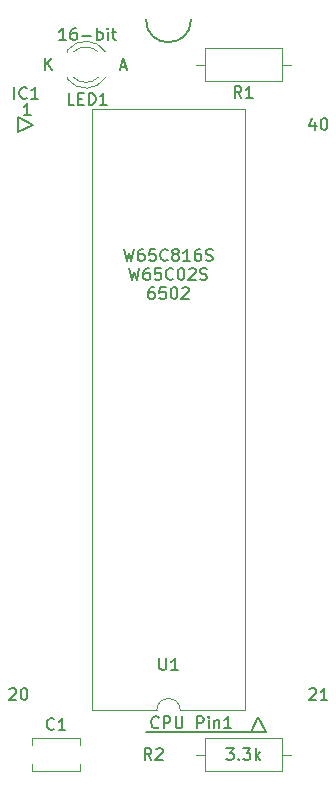
<source format=gto>
G04 #@! TF.GenerationSoftware,KiCad,Pcbnew,(6.0.7-1)-1*
G04 #@! TF.CreationDate,2022-09-03T11:07:13+09:00*
G04 #@! TF.ProjectId,MEZ6502,4d455a36-3530-4322-9e6b-696361645f70,A*
G04 #@! TF.SameCoordinates,PX5f5e100PY8f0d180*
G04 #@! TF.FileFunction,Legend,Top*
G04 #@! TF.FilePolarity,Positive*
%FSLAX46Y46*%
G04 Gerber Fmt 4.6, Leading zero omitted, Abs format (unit mm)*
G04 Created by KiCad (PCBNEW (6.0.7-1)-1) date 2022-09-03 11:07:13*
%MOMM*%
%LPD*%
G01*
G04 APERTURE LIST*
%ADD10C,0.150000*%
%ADD11C,0.120000*%
G04 APERTURE END LIST*
D10*
X22225000Y4445000D02*
X20955000Y4445000D01*
X21590000Y5715000D01*
X22225000Y4445000D01*
X12065000Y4445000D02*
X20955000Y4445000D01*
X2540000Y55880000D02*
X1270000Y55245000D01*
X1270000Y56515000D01*
X2540000Y55880000D01*
X12065000Y64770000D02*
G75*
G03*
X15875000Y64770000I1905000J0D01*
G01*
X3548095Y60507620D02*
X3548095Y61507620D01*
X4119523Y60507620D02*
X3690952Y61079048D01*
X4119523Y61507620D02*
X3548095Y60936191D01*
X18867619Y3087620D02*
X19486666Y3087620D01*
X19153333Y2706667D01*
X19296190Y2706667D01*
X19391428Y2659048D01*
X19439047Y2611429D01*
X19486666Y2516191D01*
X19486666Y2278096D01*
X19439047Y2182858D01*
X19391428Y2135239D01*
X19296190Y2087620D01*
X19010476Y2087620D01*
X18915238Y2135239D01*
X18867619Y2182858D01*
X19915238Y2182858D02*
X19962857Y2135239D01*
X19915238Y2087620D01*
X19867619Y2135239D01*
X19915238Y2182858D01*
X19915238Y2087620D01*
X20296190Y3087620D02*
X20915238Y3087620D01*
X20581904Y2706667D01*
X20724761Y2706667D01*
X20820000Y2659048D01*
X20867619Y2611429D01*
X20915238Y2516191D01*
X20915238Y2278096D01*
X20867619Y2182858D01*
X20820000Y2135239D01*
X20724761Y2087620D01*
X20439047Y2087620D01*
X20343809Y2135239D01*
X20296190Y2182858D01*
X21343809Y2087620D02*
X21343809Y3087620D01*
X21439047Y2468572D02*
X21724761Y2087620D01*
X21724761Y2754286D02*
X21343809Y2373334D01*
X9921904Y60793334D02*
X10398095Y60793334D01*
X9826666Y60507620D02*
X10160000Y61507620D01*
X10493333Y60507620D01*
X5290772Y63047620D02*
X4719344Y63047620D01*
X5005058Y63047620D02*
X5005058Y64047620D01*
X4909820Y63904762D01*
X4814582Y63809524D01*
X4719344Y63761905D01*
X6147915Y64047620D02*
X5957439Y64047620D01*
X5862201Y64000000D01*
X5814582Y63952381D01*
X5719344Y63809524D01*
X5671725Y63619048D01*
X5671725Y63238096D01*
X5719344Y63142858D01*
X5766963Y63095239D01*
X5862201Y63047620D01*
X6052677Y63047620D01*
X6147915Y63095239D01*
X6195534Y63142858D01*
X6243153Y63238096D01*
X6243153Y63476191D01*
X6195534Y63571429D01*
X6147915Y63619048D01*
X6052677Y63666667D01*
X5862201Y63666667D01*
X5766963Y63619048D01*
X5719344Y63571429D01*
X5671725Y63476191D01*
X6671725Y63428572D02*
X7433629Y63428572D01*
X7909820Y63047620D02*
X7909820Y64047620D01*
X7909820Y63666667D02*
X8005058Y63714286D01*
X8195534Y63714286D01*
X8290772Y63666667D01*
X8338391Y63619048D01*
X8386010Y63523810D01*
X8386010Y63238096D01*
X8338391Y63142858D01*
X8290772Y63095239D01*
X8195534Y63047620D01*
X8005058Y63047620D01*
X7909820Y63095239D01*
X8814582Y63047620D02*
X8814582Y63714286D01*
X8814582Y64047620D02*
X8766963Y64000000D01*
X8814582Y63952381D01*
X8862201Y64000000D01*
X8814582Y64047620D01*
X8814582Y63952381D01*
X9147915Y63714286D02*
X9528867Y63714286D01*
X9290772Y64047620D02*
X9290772Y63190477D01*
X9338391Y63095239D01*
X9433629Y63047620D01*
X9528867Y63047620D01*
X13138495Y4875258D02*
X13090876Y4827639D01*
X12948019Y4780020D01*
X12852780Y4780020D01*
X12709923Y4827639D01*
X12614685Y4922877D01*
X12567066Y5018115D01*
X12519447Y5208591D01*
X12519447Y5351448D01*
X12567066Y5541924D01*
X12614685Y5637162D01*
X12709923Y5732400D01*
X12852780Y5780020D01*
X12948019Y5780020D01*
X13090876Y5732400D01*
X13138495Y5684781D01*
X13567066Y4780020D02*
X13567066Y5780020D01*
X13948019Y5780020D01*
X14043257Y5732400D01*
X14090876Y5684781D01*
X14138495Y5589543D01*
X14138495Y5446686D01*
X14090876Y5351448D01*
X14043257Y5303829D01*
X13948019Y5256210D01*
X13567066Y5256210D01*
X14567066Y5780020D02*
X14567066Y4970496D01*
X14614685Y4875258D01*
X14662304Y4827639D01*
X14757542Y4780020D01*
X14948019Y4780020D01*
X15043257Y4827639D01*
X15090876Y4875258D01*
X15138495Y4970496D01*
X15138495Y5780020D01*
X16376590Y4780020D02*
X16376590Y5780020D01*
X16757542Y5780020D01*
X16852780Y5732400D01*
X16900400Y5684781D01*
X16948019Y5589543D01*
X16948019Y5446686D01*
X16900400Y5351448D01*
X16852780Y5303829D01*
X16757542Y5256210D01*
X16376590Y5256210D01*
X17376590Y4780020D02*
X17376590Y5446686D01*
X17376590Y5780020D02*
X17328971Y5732400D01*
X17376590Y5684781D01*
X17424209Y5732400D01*
X17376590Y5780020D01*
X17376590Y5684781D01*
X17852780Y5446686D02*
X17852780Y4780020D01*
X17852780Y5351448D02*
X17900400Y5399067D01*
X17995638Y5446686D01*
X18138495Y5446686D01*
X18233733Y5399067D01*
X18281352Y5303829D01*
X18281352Y4780020D01*
X19281352Y4780020D02*
X18709923Y4780020D01*
X18995638Y4780020D02*
X18995638Y5780020D01*
X18900400Y5637162D01*
X18805161Y5541924D01*
X18709923Y5494305D01*
X25908095Y8072381D02*
X25955714Y8120000D01*
X26050952Y8167620D01*
X26289047Y8167620D01*
X26384285Y8120000D01*
X26431904Y8072381D01*
X26479523Y7977143D01*
X26479523Y7881905D01*
X26431904Y7739048D01*
X25860476Y7167620D01*
X26479523Y7167620D01*
X27431904Y7167620D02*
X26860476Y7167620D01*
X27146190Y7167620D02*
X27146190Y8167620D01*
X27050952Y8024762D01*
X26955714Y7929524D01*
X26860476Y7881905D01*
X508095Y8072381D02*
X555714Y8120000D01*
X650952Y8167620D01*
X889047Y8167620D01*
X984285Y8120000D01*
X1031904Y8072381D01*
X1079523Y7977143D01*
X1079523Y7881905D01*
X1031904Y7739048D01*
X460476Y7167620D01*
X1079523Y7167620D01*
X1698571Y8167620D02*
X1793809Y8167620D01*
X1889047Y8120000D01*
X1936666Y8072381D01*
X1984285Y7977143D01*
X2031904Y7786667D01*
X2031904Y7548572D01*
X1984285Y7358096D01*
X1936666Y7262858D01*
X1889047Y7215239D01*
X1793809Y7167620D01*
X1698571Y7167620D01*
X1603333Y7215239D01*
X1555714Y7262858D01*
X1508095Y7358096D01*
X1460476Y7548572D01*
X1460476Y7786667D01*
X1508095Y7977143D01*
X1555714Y8072381D01*
X1603333Y8120000D01*
X1698571Y8167620D01*
X2317714Y56697620D02*
X1746285Y56697620D01*
X2032000Y56697620D02*
X2032000Y57697620D01*
X1936761Y57554762D01*
X1841523Y57459524D01*
X1746285Y57411905D01*
X928809Y58069220D02*
X928809Y59069220D01*
X1976428Y58164458D02*
X1928809Y58116839D01*
X1785952Y58069220D01*
X1690714Y58069220D01*
X1547857Y58116839D01*
X1452619Y58212077D01*
X1405000Y58307315D01*
X1357380Y58497791D01*
X1357380Y58640648D01*
X1405000Y58831124D01*
X1452619Y58926362D01*
X1547857Y59021600D01*
X1690714Y59069220D01*
X1785952Y59069220D01*
X1928809Y59021600D01*
X1976428Y58973981D01*
X2928809Y58069220D02*
X2357380Y58069220D01*
X2643095Y58069220D02*
X2643095Y59069220D01*
X2547857Y58926362D01*
X2452619Y58831124D01*
X2357380Y58783505D01*
X26384285Y56094286D02*
X26384285Y55427620D01*
X26146190Y56475239D02*
X25908095Y55760953D01*
X26527142Y55760953D01*
X27098571Y56427620D02*
X27193809Y56427620D01*
X27289047Y56380000D01*
X27336666Y56332381D01*
X27384285Y56237143D01*
X27431904Y56046667D01*
X27431904Y55808572D01*
X27384285Y55618096D01*
X27336666Y55522858D01*
X27289047Y55475239D01*
X27193809Y55427620D01*
X27098571Y55427620D01*
X27003333Y55475239D01*
X26955714Y55522858D01*
X26908095Y55618096D01*
X26860476Y55808572D01*
X26860476Y56046667D01*
X26908095Y56237143D01*
X26955714Y56332381D01*
X27003333Y56380000D01*
X27098571Y56427620D01*
X10184285Y45337620D02*
X10422380Y44337620D01*
X10612857Y45051905D01*
X10803333Y44337620D01*
X11041428Y45337620D01*
X11850952Y45337620D02*
X11660476Y45337620D01*
X11565238Y45290000D01*
X11517619Y45242381D01*
X11422380Y45099524D01*
X11374761Y44909048D01*
X11374761Y44528096D01*
X11422380Y44432858D01*
X11470000Y44385239D01*
X11565238Y44337620D01*
X11755714Y44337620D01*
X11850952Y44385239D01*
X11898571Y44432858D01*
X11946190Y44528096D01*
X11946190Y44766191D01*
X11898571Y44861429D01*
X11850952Y44909048D01*
X11755714Y44956667D01*
X11565238Y44956667D01*
X11470000Y44909048D01*
X11422380Y44861429D01*
X11374761Y44766191D01*
X12850952Y45337620D02*
X12374761Y45337620D01*
X12327142Y44861429D01*
X12374761Y44909048D01*
X12470000Y44956667D01*
X12708095Y44956667D01*
X12803333Y44909048D01*
X12850952Y44861429D01*
X12898571Y44766191D01*
X12898571Y44528096D01*
X12850952Y44432858D01*
X12803333Y44385239D01*
X12708095Y44337620D01*
X12470000Y44337620D01*
X12374761Y44385239D01*
X12327142Y44432858D01*
X13898571Y44432858D02*
X13850952Y44385239D01*
X13708095Y44337620D01*
X13612857Y44337620D01*
X13470000Y44385239D01*
X13374761Y44480477D01*
X13327142Y44575715D01*
X13279523Y44766191D01*
X13279523Y44909048D01*
X13327142Y45099524D01*
X13374761Y45194762D01*
X13470000Y45290000D01*
X13612857Y45337620D01*
X13708095Y45337620D01*
X13850952Y45290000D01*
X13898571Y45242381D01*
X14470000Y44909048D02*
X14374761Y44956667D01*
X14327142Y45004286D01*
X14279523Y45099524D01*
X14279523Y45147143D01*
X14327142Y45242381D01*
X14374761Y45290000D01*
X14470000Y45337620D01*
X14660476Y45337620D01*
X14755714Y45290000D01*
X14803333Y45242381D01*
X14850952Y45147143D01*
X14850952Y45099524D01*
X14803333Y45004286D01*
X14755714Y44956667D01*
X14660476Y44909048D01*
X14470000Y44909048D01*
X14374761Y44861429D01*
X14327142Y44813810D01*
X14279523Y44718572D01*
X14279523Y44528096D01*
X14327142Y44432858D01*
X14374761Y44385239D01*
X14470000Y44337620D01*
X14660476Y44337620D01*
X14755714Y44385239D01*
X14803333Y44432858D01*
X14850952Y44528096D01*
X14850952Y44718572D01*
X14803333Y44813810D01*
X14755714Y44861429D01*
X14660476Y44909048D01*
X15803333Y44337620D02*
X15231904Y44337620D01*
X15517619Y44337620D02*
X15517619Y45337620D01*
X15422380Y45194762D01*
X15327142Y45099524D01*
X15231904Y45051905D01*
X16660476Y45337620D02*
X16470000Y45337620D01*
X16374761Y45290000D01*
X16327142Y45242381D01*
X16231904Y45099524D01*
X16184285Y44909048D01*
X16184285Y44528096D01*
X16231904Y44432858D01*
X16279523Y44385239D01*
X16374761Y44337620D01*
X16565238Y44337620D01*
X16660476Y44385239D01*
X16708095Y44432858D01*
X16755714Y44528096D01*
X16755714Y44766191D01*
X16708095Y44861429D01*
X16660476Y44909048D01*
X16565238Y44956667D01*
X16374761Y44956667D01*
X16279523Y44909048D01*
X16231904Y44861429D01*
X16184285Y44766191D01*
X17136666Y44385239D02*
X17279523Y44337620D01*
X17517619Y44337620D01*
X17612857Y44385239D01*
X17660476Y44432858D01*
X17708095Y44528096D01*
X17708095Y44623334D01*
X17660476Y44718572D01*
X17612857Y44766191D01*
X17517619Y44813810D01*
X17327142Y44861429D01*
X17231904Y44909048D01*
X17184285Y44956667D01*
X17136666Y45051905D01*
X17136666Y45147143D01*
X17184285Y45242381D01*
X17231904Y45290000D01*
X17327142Y45337620D01*
X17565238Y45337620D01*
X17708095Y45290000D01*
X10660476Y43727620D02*
X10898571Y42727620D01*
X11089047Y43441905D01*
X11279523Y42727620D01*
X11517619Y43727620D01*
X12327142Y43727620D02*
X12136666Y43727620D01*
X12041428Y43680000D01*
X11993809Y43632381D01*
X11898571Y43489524D01*
X11850952Y43299048D01*
X11850952Y42918096D01*
X11898571Y42822858D01*
X11946190Y42775239D01*
X12041428Y42727620D01*
X12231904Y42727620D01*
X12327142Y42775239D01*
X12374761Y42822858D01*
X12422380Y42918096D01*
X12422380Y43156191D01*
X12374761Y43251429D01*
X12327142Y43299048D01*
X12231904Y43346667D01*
X12041428Y43346667D01*
X11946190Y43299048D01*
X11898571Y43251429D01*
X11850952Y43156191D01*
X13327142Y43727620D02*
X12850952Y43727620D01*
X12803333Y43251429D01*
X12850952Y43299048D01*
X12946190Y43346667D01*
X13184285Y43346667D01*
X13279523Y43299048D01*
X13327142Y43251429D01*
X13374761Y43156191D01*
X13374761Y42918096D01*
X13327142Y42822858D01*
X13279523Y42775239D01*
X13184285Y42727620D01*
X12946190Y42727620D01*
X12850952Y42775239D01*
X12803333Y42822858D01*
X14374761Y42822858D02*
X14327142Y42775239D01*
X14184285Y42727620D01*
X14089047Y42727620D01*
X13946190Y42775239D01*
X13850952Y42870477D01*
X13803333Y42965715D01*
X13755714Y43156191D01*
X13755714Y43299048D01*
X13803333Y43489524D01*
X13850952Y43584762D01*
X13946190Y43680000D01*
X14089047Y43727620D01*
X14184285Y43727620D01*
X14327142Y43680000D01*
X14374761Y43632381D01*
X14993809Y43727620D02*
X15089047Y43727620D01*
X15184285Y43680000D01*
X15231904Y43632381D01*
X15279523Y43537143D01*
X15327142Y43346667D01*
X15327142Y43108572D01*
X15279523Y42918096D01*
X15231904Y42822858D01*
X15184285Y42775239D01*
X15089047Y42727620D01*
X14993809Y42727620D01*
X14898571Y42775239D01*
X14850952Y42822858D01*
X14803333Y42918096D01*
X14755714Y43108572D01*
X14755714Y43346667D01*
X14803333Y43537143D01*
X14850952Y43632381D01*
X14898571Y43680000D01*
X14993809Y43727620D01*
X15708095Y43632381D02*
X15755714Y43680000D01*
X15850952Y43727620D01*
X16089047Y43727620D01*
X16184285Y43680000D01*
X16231904Y43632381D01*
X16279523Y43537143D01*
X16279523Y43441905D01*
X16231904Y43299048D01*
X15660476Y42727620D01*
X16279523Y42727620D01*
X16660476Y42775239D02*
X16803333Y42727620D01*
X17041428Y42727620D01*
X17136666Y42775239D01*
X17184285Y42822858D01*
X17231904Y42918096D01*
X17231904Y43013334D01*
X17184285Y43108572D01*
X17136666Y43156191D01*
X17041428Y43203810D01*
X16850952Y43251429D01*
X16755714Y43299048D01*
X16708095Y43346667D01*
X16660476Y43441905D01*
X16660476Y43537143D01*
X16708095Y43632381D01*
X16755714Y43680000D01*
X16850952Y43727620D01*
X17089047Y43727620D01*
X17231904Y43680000D01*
X12731904Y42117620D02*
X12541428Y42117620D01*
X12446190Y42070000D01*
X12398571Y42022381D01*
X12303333Y41879524D01*
X12255714Y41689048D01*
X12255714Y41308096D01*
X12303333Y41212858D01*
X12350952Y41165239D01*
X12446190Y41117620D01*
X12636666Y41117620D01*
X12731904Y41165239D01*
X12779523Y41212858D01*
X12827142Y41308096D01*
X12827142Y41546191D01*
X12779523Y41641429D01*
X12731904Y41689048D01*
X12636666Y41736667D01*
X12446190Y41736667D01*
X12350952Y41689048D01*
X12303333Y41641429D01*
X12255714Y41546191D01*
X13731904Y42117620D02*
X13255714Y42117620D01*
X13208095Y41641429D01*
X13255714Y41689048D01*
X13350952Y41736667D01*
X13589047Y41736667D01*
X13684285Y41689048D01*
X13731904Y41641429D01*
X13779523Y41546191D01*
X13779523Y41308096D01*
X13731904Y41212858D01*
X13684285Y41165239D01*
X13589047Y41117620D01*
X13350952Y41117620D01*
X13255714Y41165239D01*
X13208095Y41212858D01*
X14398571Y42117620D02*
X14493809Y42117620D01*
X14589047Y42070000D01*
X14636666Y42022381D01*
X14684285Y41927143D01*
X14731904Y41736667D01*
X14731904Y41498572D01*
X14684285Y41308096D01*
X14636666Y41212858D01*
X14589047Y41165239D01*
X14493809Y41117620D01*
X14398571Y41117620D01*
X14303333Y41165239D01*
X14255714Y41212858D01*
X14208095Y41308096D01*
X14160476Y41498572D01*
X14160476Y41736667D01*
X14208095Y41927143D01*
X14255714Y42022381D01*
X14303333Y42070000D01*
X14398571Y42117620D01*
X15112857Y42022381D02*
X15160476Y42070000D01*
X15255714Y42117620D01*
X15493809Y42117620D01*
X15589047Y42070000D01*
X15636666Y42022381D01*
X15684285Y41927143D01*
X15684285Y41831905D01*
X15636666Y41689048D01*
X15065238Y41117620D01*
X15684285Y41117620D01*
X12533333Y2087620D02*
X12200000Y2563810D01*
X11961904Y2087620D02*
X11961904Y3087620D01*
X12342857Y3087620D01*
X12438095Y3040000D01*
X12485714Y2992381D01*
X12533333Y2897143D01*
X12533333Y2754286D01*
X12485714Y2659048D01*
X12438095Y2611429D01*
X12342857Y2563810D01*
X11961904Y2563810D01*
X12914285Y2992381D02*
X12961904Y3040000D01*
X13057142Y3087620D01*
X13295238Y3087620D01*
X13390476Y3040000D01*
X13438095Y2992381D01*
X13485714Y2897143D01*
X13485714Y2801905D01*
X13438095Y2659048D01*
X12866666Y2087620D01*
X13485714Y2087620D01*
X5992952Y57561220D02*
X5516761Y57561220D01*
X5516761Y58561220D01*
X6326285Y58085029D02*
X6659619Y58085029D01*
X6802476Y57561220D02*
X6326285Y57561220D01*
X6326285Y58561220D01*
X6802476Y58561220D01*
X7231047Y57561220D02*
X7231047Y58561220D01*
X7469142Y58561220D01*
X7612000Y58513600D01*
X7707238Y58418362D01*
X7754857Y58323124D01*
X7802476Y58132648D01*
X7802476Y57989791D01*
X7754857Y57799315D01*
X7707238Y57704077D01*
X7612000Y57608839D01*
X7469142Y57561220D01*
X7231047Y57561220D01*
X8754857Y57561220D02*
X8183428Y57561220D01*
X8469142Y57561220D02*
X8469142Y58561220D01*
X8373904Y58418362D01*
X8278666Y58323124D01*
X8183428Y58275505D01*
X13208095Y10707620D02*
X13208095Y9898096D01*
X13255714Y9802858D01*
X13303333Y9755239D01*
X13398571Y9707620D01*
X13589047Y9707620D01*
X13684285Y9755239D01*
X13731904Y9802858D01*
X13779523Y9898096D01*
X13779523Y10707620D01*
X14779523Y9707620D02*
X14208095Y9707620D01*
X14493809Y9707620D02*
X14493809Y10707620D01*
X14398571Y10564762D01*
X14303333Y10469524D01*
X14208095Y10421905D01*
X20153333Y58137620D02*
X19820000Y58613810D01*
X19581904Y58137620D02*
X19581904Y59137620D01*
X19962857Y59137620D01*
X20058095Y59090000D01*
X20105714Y59042381D01*
X20153333Y58947143D01*
X20153333Y58804286D01*
X20105714Y58709048D01*
X20058095Y58661429D01*
X19962857Y58613810D01*
X19581904Y58613810D01*
X21105714Y58137620D02*
X20534285Y58137620D01*
X20820000Y58137620D02*
X20820000Y59137620D01*
X20724761Y58994762D01*
X20629523Y58899524D01*
X20534285Y58851905D01*
X4298333Y4722858D02*
X4250714Y4675239D01*
X4107857Y4627620D01*
X4012619Y4627620D01*
X3869761Y4675239D01*
X3774523Y4770477D01*
X3726904Y4865715D01*
X3679285Y5056191D01*
X3679285Y5199048D01*
X3726904Y5389524D01*
X3774523Y5484762D01*
X3869761Y5580000D01*
X4012619Y5627620D01*
X4107857Y5627620D01*
X4250714Y5580000D01*
X4298333Y5532381D01*
X5250714Y4627620D02*
X4679285Y4627620D01*
X4965000Y4627620D02*
X4965000Y5627620D01*
X4869761Y5484762D01*
X4774523Y5389524D01*
X4679285Y5341905D01*
D11*
X17050000Y3910000D02*
X17050000Y1170000D01*
X23590000Y3910000D02*
X17050000Y3910000D01*
X24360000Y2540000D02*
X23590000Y2540000D01*
X17050000Y1170000D02*
X23590000Y1170000D01*
X16280000Y2540000D02*
X17050000Y2540000D01*
X23590000Y1170000D02*
X23590000Y3910000D01*
X5420000Y62196000D02*
X5420000Y62040000D01*
X5420000Y59880000D02*
X5420000Y59724000D01*
X5420000Y59724484D02*
G75*
G03*
X8652335Y59881392I1560000J1235516D01*
G01*
X5939039Y59880000D02*
G75*
G03*
X8021130Y59880163I1040961J1080000D01*
G01*
X8652335Y62038608D02*
G75*
G03*
X5420000Y62195516I-1672335J-1078608D01*
G01*
X8021130Y62039837D02*
G75*
G03*
X5939039Y62040000I-1041130J-1079837D01*
G01*
X7510000Y6290000D02*
X12970000Y6290000D01*
X20430000Y6290000D02*
X20430000Y57210000D01*
X14970000Y6290000D02*
X20430000Y6290000D01*
X20430000Y57210000D02*
X7510000Y57210000D01*
X7510000Y57210000D02*
X7510000Y6290000D01*
X14970000Y6290000D02*
G75*
G03*
X12970000Y6290000I-1000000J0D01*
G01*
X17050000Y62330000D02*
X17050000Y59590000D01*
X16280000Y60960000D02*
X17050000Y60960000D01*
X23590000Y59590000D02*
X23590000Y62330000D01*
X23590000Y62330000D02*
X17050000Y62330000D01*
X24360000Y60960000D02*
X23590000Y60960000D01*
X17050000Y59590000D02*
X23590000Y59590000D01*
X2445000Y1120000D02*
X2445000Y1745000D01*
X6485000Y1120000D02*
X6485000Y1745000D01*
X2445000Y3335000D02*
X2445000Y3960000D01*
X6485000Y1120000D02*
X2445000Y1120000D01*
X6485000Y3960000D02*
X2445000Y3960000D01*
X6485000Y3335000D02*
X6485000Y3960000D01*
M02*

</source>
